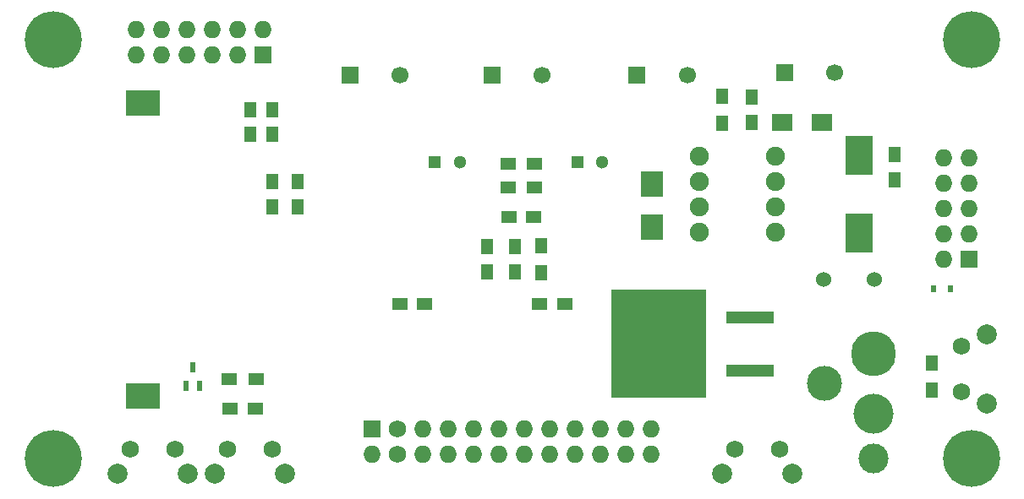
<source format=gbr>
G04 #@! TF.FileFunction,Soldermask,Bot*
%FSLAX46Y46*%
G04 Gerber Fmt 4.6, Leading zero omitted, Abs format (unit mm)*
G04 Created by KiCad (PCBNEW 4.0.2-stable) date 9/19/2016 8:58:53 PM*
%MOMM*%
G01*
G04 APERTURE LIST*
%ADD10C,0.100000*%
%ADD11R,4.700000X1.300000*%
%ADD12R,9.500000X10.900000*%
%ADD13R,3.500000X2.600000*%
%ADD14R,1.727200X1.727200*%
%ADD15O,1.727200X1.727200*%
%ADD16C,1.750000*%
%ADD17C,2.000000*%
%ADD18C,5.700000*%
%ADD19C,1.905000*%
%ADD20R,1.500000X1.300000*%
%ADD21R,1.300000X1.500000*%
%ADD22R,2.000000X1.700000*%
%ADD23R,2.300000X2.500000*%
%ADD24R,1.500000X1.250000*%
%ADD25R,1.250000X1.500000*%
%ADD26C,1.300000*%
%ADD27R,1.300000X1.300000*%
%ADD28C,1.700000*%
%ADD29R,1.700000X1.700000*%
%ADD30R,2.700020X4.000500*%
%ADD31R,0.599440X1.000760*%
%ADD32C,1.524000*%
%ADD33R,0.600000X0.800000*%
%ADD34C,3.000000*%
%ADD35C,4.000000*%
%ADD36C,4.500000*%
%ADD37C,3.500000*%
%ADD38C,1.727200*%
G04 APERTURE END LIST*
D10*
D11*
X188300000Y-101865000D03*
X188300000Y-107135000D03*
D12*
X179150000Y-104500000D03*
D13*
X127500000Y-109700000D03*
X127500000Y-80300000D03*
D14*
X210250000Y-96000000D03*
D15*
X207710000Y-96000000D03*
X210250000Y-93460000D03*
X207710000Y-93460000D03*
X210250000Y-90920000D03*
X207710000Y-90920000D03*
X210250000Y-88380000D03*
X207710000Y-88380000D03*
X210250000Y-85840000D03*
X207710000Y-85840000D03*
D16*
X126250000Y-115010000D03*
X130750000Y-115010000D03*
D17*
X124995000Y-117500000D03*
X132005000Y-117500000D03*
D16*
X136000000Y-115010000D03*
X140500000Y-115010000D03*
D17*
X134745000Y-117500000D03*
X141755000Y-117500000D03*
D16*
X186750000Y-115010000D03*
X191250000Y-115010000D03*
D17*
X185495000Y-117500000D03*
X192505000Y-117500000D03*
D16*
X209510000Y-109250000D03*
X209510000Y-104750000D03*
D17*
X212000000Y-110505000D03*
X212000000Y-103495000D03*
D18*
X210500000Y-116000000D03*
X210500000Y-74000000D03*
X118500000Y-74000000D03*
X118500000Y-116000000D03*
D19*
X183190000Y-85690000D03*
X183190000Y-88230000D03*
X183190000Y-90770000D03*
X183190000Y-93310000D03*
X190810000Y-93310000D03*
X190810000Y-90770000D03*
X190810000Y-88230000D03*
X190810000Y-85690000D03*
D20*
X166750000Y-86400000D03*
X164050000Y-86400000D03*
D21*
X167400000Y-97350000D03*
X167400000Y-94650000D03*
D20*
X166750000Y-88800000D03*
X164050000Y-88800000D03*
X138850000Y-108000000D03*
X136150000Y-108000000D03*
D22*
X191500000Y-82250000D03*
X195500000Y-82250000D03*
D21*
X185500000Y-82350000D03*
X185500000Y-79650000D03*
D14*
X139500000Y-75500000D03*
D15*
X139500000Y-72960000D03*
X136960000Y-75500000D03*
X136960000Y-72960000D03*
X134420000Y-75500000D03*
X134420000Y-72960000D03*
X131880000Y-75500000D03*
X131880000Y-72960000D03*
X129340000Y-75500000D03*
X129340000Y-72960000D03*
X126800000Y-75500000D03*
X126800000Y-72960000D03*
D23*
X178500000Y-92800000D03*
X178500000Y-88500000D03*
D24*
X166650000Y-91800000D03*
X164150000Y-91800000D03*
D25*
X164800000Y-94750000D03*
X164800000Y-97250000D03*
X162000000Y-94750000D03*
X162000000Y-97250000D03*
D26*
X173500000Y-86250000D03*
D27*
X171000000Y-86250000D03*
D26*
X159250000Y-86250000D03*
D27*
X156750000Y-86250000D03*
D24*
X155750000Y-100500000D03*
X153250000Y-100500000D03*
X169750000Y-100500000D03*
X167250000Y-100500000D03*
X136250000Y-111000000D03*
X138750000Y-111000000D03*
D25*
X138250000Y-81000000D03*
X138250000Y-83500000D03*
X140500000Y-90750000D03*
X140500000Y-88250000D03*
X143000000Y-90750000D03*
X143000000Y-88250000D03*
X140500000Y-81000000D03*
X140500000Y-83500000D03*
D28*
X196750000Y-77250000D03*
D29*
X191750000Y-77250000D03*
D28*
X182000000Y-77500000D03*
D29*
X177000000Y-77500000D03*
D28*
X153250000Y-77500000D03*
D29*
X148250000Y-77500000D03*
D28*
X167500000Y-77500000D03*
D29*
X162500000Y-77500000D03*
D25*
X188500000Y-82250000D03*
X188500000Y-79750000D03*
X202750000Y-88000000D03*
X202750000Y-85500000D03*
D30*
X199250000Y-85611260D03*
X199250000Y-93388740D03*
D31*
X131849760Y-108699960D03*
X133150240Y-108699960D03*
X132500000Y-106800040D03*
D21*
X206500000Y-109100000D03*
X206500000Y-106400000D03*
D32*
X195670000Y-98000000D03*
X200750000Y-98000000D03*
D33*
X208350000Y-99000000D03*
X206650000Y-99000000D03*
D34*
X200650000Y-116000000D03*
D35*
X200650000Y-111500000D03*
D36*
X200650000Y-105500000D03*
D37*
X195750000Y-108450000D03*
D14*
X150500000Y-113000000D03*
D15*
X150500000Y-115540000D03*
D38*
X153040000Y-113000000D03*
X153040000Y-115540000D03*
D15*
X155580000Y-113000000D03*
X155580000Y-115540000D03*
X158120000Y-113000000D03*
X158120000Y-115540000D03*
X160660000Y-113000000D03*
X160660000Y-115540000D03*
X163200000Y-113000000D03*
X163200000Y-115540000D03*
X165740000Y-113000000D03*
X165740000Y-115540000D03*
X168280000Y-113000000D03*
X168280000Y-115540000D03*
X170820000Y-113000000D03*
X170820000Y-115540000D03*
X173360000Y-113000000D03*
X173360000Y-115540000D03*
X175900000Y-113000000D03*
X175900000Y-115540000D03*
X178440000Y-113000000D03*
X178440000Y-115540000D03*
M02*

</source>
